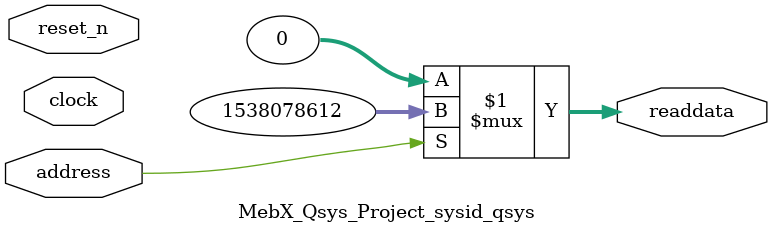
<source format=v>



// synthesis translate_off
`timescale 1ns / 1ps
// synthesis translate_on

// turn off superfluous verilog processor warnings 
// altera message_level Level1 
// altera message_off 10034 10035 10036 10037 10230 10240 10030 

module MebX_Qsys_Project_sysid_qsys (
               // inputs:
                address,
                clock,
                reset_n,

               // outputs:
                readdata
             )
;

  output  [ 31: 0] readdata;
  input            address;
  input            clock;
  input            reset_n;

  wire    [ 31: 0] readdata;
  //control_slave, which is an e_avalon_slave
  assign readdata = address ? 1538078612 : 0;

endmodule



</source>
